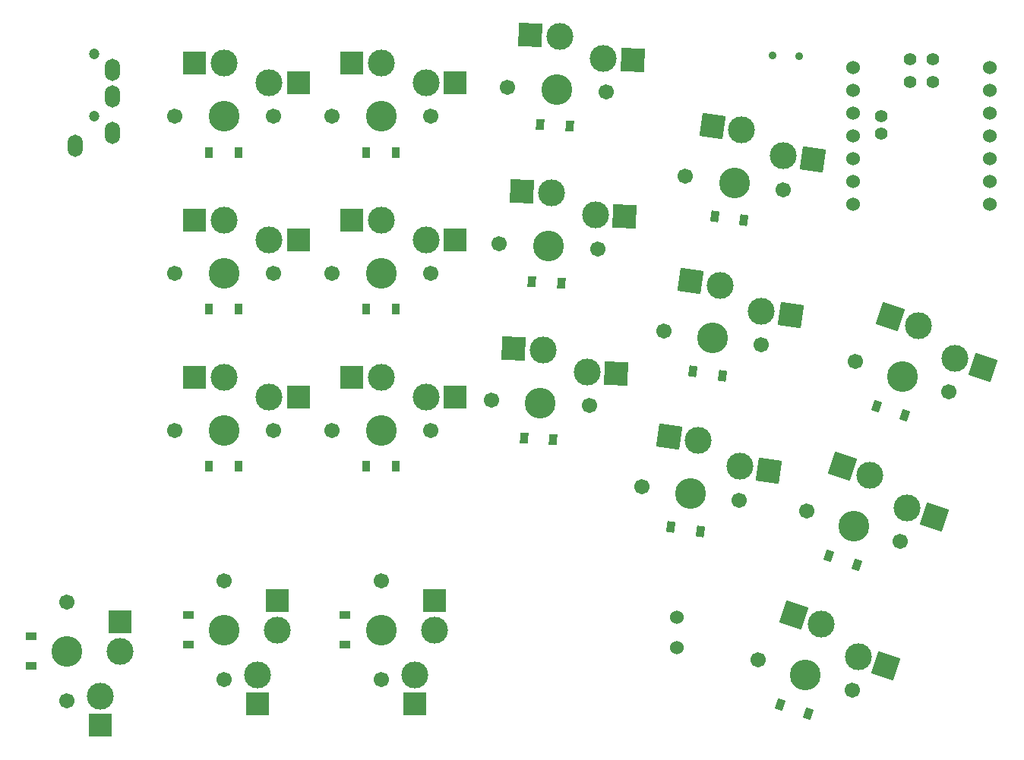
<source format=gbs>
G04 #@! TF.GenerationSoftware,KiCad,Pcbnew,8.0.7*
G04 #@! TF.CreationDate,2024-12-21T19:49:35+01:00*
G04 #@! TF.ProjectId,mint36tt_rev02_R,6d696e74-3336-4747-945f-72657630325f,0.2*
G04 #@! TF.SameCoordinates,Original*
G04 #@! TF.FileFunction,Soldermask,Bot*
G04 #@! TF.FilePolarity,Negative*
%FSLAX46Y46*%
G04 Gerber Fmt 4.6, Leading zero omitted, Abs format (unit mm)*
G04 Created by KiCad (PCBNEW 8.0.7) date 2024-12-21 19:49:35*
%MOMM*%
%LPD*%
G01*
G04 APERTURE LIST*
G04 Aperture macros list*
%AMRotRect*
0 Rectangle, with rotation*
0 The origin of the aperture is its center*
0 $1 length*
0 $2 width*
0 $3 Rotation angle, in degrees counterclockwise*
0 Add horizontal line*
21,1,$1,$2,0,0,$3*%
G04 Aperture macros list end*
%ADD10C,1.701800*%
%ADD11C,3.000000*%
%ADD12C,3.429000*%
%ADD13RotRect,2.600000X2.600000X270.000001*%
%ADD14RotRect,2.600000X2.600000X342.000000*%
%ADD15R,0.900000X1.200000*%
%ADD16RotRect,0.900000X1.200000X357.000000*%
%ADD17RotRect,2.600000X2.600000X352.000000*%
%ADD18RotRect,0.900000X1.200000X342.000000*%
%ADD19RotRect,2.600000X2.600000X357.000000*%
%ADD20C,1.524000*%
%ADD21C,1.397000*%
%ADD22C,1.200000*%
%ADD23O,1.700000X2.500000*%
%ADD24R,2.600000X2.600000*%
%ADD25RotRect,0.900000X1.200000X352.000000*%
%ADD26RotRect,0.900000X1.200000X270.000001*%
%ADD27C,0.900000*%
G04 APERTURE END LIST*
D10*
X114775000Y-116075000D03*
D11*
X120725000Y-121575000D03*
X120725000Y-121575000D03*
D12*
X114775000Y-121575000D03*
D11*
X118525000Y-126575000D03*
D10*
X114775000Y-127075000D03*
D13*
X120725000Y-118300000D03*
X118525000Y-129850000D03*
D10*
X179712123Y-108278610D03*
D11*
X186781585Y-104319417D03*
X186781585Y-104319417D03*
D12*
X184942934Y-109978203D03*
D11*
X190857030Y-107956826D03*
D10*
X190173745Y-111677796D03*
D14*
X183666875Y-103307386D03*
X193971740Y-108968857D03*
D15*
X116425000Y-103325000D03*
X113125000Y-103325000D03*
D16*
X152397385Y-82879569D03*
X149101907Y-82706861D03*
D10*
X161328925Y-105599900D03*
D11*
X167603479Y-100473257D03*
X167603479Y-100473257D03*
D12*
X166775399Y-106365352D03*
D11*
X172248637Y-103347712D03*
D10*
X172221873Y-107130804D03*
D17*
X164360351Y-100017465D03*
X175491766Y-103803504D03*
D18*
X179868312Y-130935796D03*
X176729826Y-129916040D03*
D15*
X133925000Y-103325000D03*
X130625000Y-103325000D03*
D10*
X97275000Y-118450000D03*
D11*
X103225000Y-123950000D03*
X103225000Y-123950000D03*
D12*
X97275000Y-123950000D03*
D11*
X101025000Y-128950000D03*
D10*
X97275000Y-129450000D03*
D13*
X103225000Y-120675000D03*
X101025000Y-132225000D03*
D10*
X144550649Y-95986866D03*
D11*
X150354510Y-90332868D03*
X150354510Y-90332868D03*
D12*
X150043111Y-96274714D03*
D11*
X155232519Y-92791533D03*
D10*
X155535573Y-96562562D03*
D19*
X147083998Y-90161468D03*
X158503030Y-92962933D03*
D20*
X184855000Y-58905000D03*
X184855000Y-61445000D03*
X184855000Y-63985000D03*
X184855000Y-66525000D03*
X184855000Y-69065000D03*
X184855000Y-71605000D03*
X184855000Y-74145000D03*
X200095000Y-74145000D03*
X200095000Y-71605000D03*
X200095000Y-69065000D03*
X200095000Y-66525000D03*
X200095000Y-63985000D03*
X200095000Y-61445000D03*
X200095000Y-58905000D03*
D21*
X191205000Y-57953000D03*
X193745000Y-57953000D03*
X191205000Y-60493000D03*
X193745000Y-60493000D03*
X188030000Y-66208000D03*
X188030000Y-64303000D03*
D22*
X100275000Y-57325000D03*
X100275000Y-64325000D03*
D23*
X98175000Y-67625000D03*
X102375000Y-59125000D03*
X102375000Y-62125000D03*
X102375000Y-66125000D03*
D10*
X166199983Y-70940518D03*
D11*
X172474537Y-65813875D03*
X172474537Y-65813875D03*
D12*
X171646457Y-71705970D03*
D11*
X177119695Y-68688330D03*
D10*
X177092931Y-72471422D03*
D17*
X169231409Y-65358083D03*
X180362824Y-69144122D03*
D10*
X126775000Y-64325000D03*
D11*
X132275000Y-58375000D03*
X132275000Y-58375000D03*
D12*
X132275000Y-64325000D03*
D11*
X137275000Y-60575000D03*
D10*
X137775000Y-64325000D03*
D24*
X129000000Y-58375000D03*
X140550000Y-60575000D03*
D10*
X132275000Y-116075000D03*
D11*
X138225000Y-121575000D03*
X138225000Y-121575000D03*
D12*
X132275000Y-121575000D03*
D11*
X136025000Y-126575000D03*
D10*
X132275000Y-127075000D03*
D13*
X138225000Y-118300000D03*
X136025000Y-129850000D03*
D10*
X109275000Y-81825000D03*
D11*
X114775000Y-75875000D03*
X114775000Y-75875000D03*
D12*
X114775000Y-81825000D03*
D11*
X119775000Y-78075000D03*
D10*
X120275000Y-81825000D03*
D24*
X111500000Y-75875000D03*
X123050000Y-78075000D03*
D20*
X165275000Y-123525000D03*
X165275000Y-120125000D03*
D25*
X167852648Y-110556061D03*
X164584764Y-110096789D03*
D10*
X146382407Y-61034832D03*
D11*
X152186268Y-55380834D03*
X152186268Y-55380834D03*
D12*
X151874869Y-61322680D03*
D11*
X157064277Y-57839499D03*
D10*
X157367331Y-61610528D03*
D19*
X148915756Y-55209434D03*
X160334788Y-58010899D03*
D10*
X126775000Y-99325000D03*
D11*
X132275000Y-93375000D03*
X132275000Y-93375000D03*
D12*
X132275000Y-99325000D03*
D11*
X137275000Y-95575000D03*
D10*
X137775000Y-99325000D03*
D24*
X129000000Y-93375000D03*
X140550000Y-95575000D03*
D10*
X185119921Y-91635120D03*
D11*
X192189383Y-87675927D03*
X192189383Y-87675927D03*
D12*
X190350732Y-93334713D03*
D11*
X196264828Y-91313336D03*
D10*
X195581543Y-95034306D03*
D14*
X189074673Y-86663896D03*
X199379538Y-92325367D03*
D10*
X163764454Y-88270209D03*
D11*
X170039008Y-83143566D03*
X170039008Y-83143566D03*
D12*
X169210928Y-89035661D03*
D11*
X174684166Y-86018021D03*
D10*
X174657402Y-89801113D03*
D17*
X166795880Y-82687774D03*
X177927295Y-86473813D03*
D10*
X174304326Y-124922099D03*
D11*
X181373788Y-120962906D03*
X181373788Y-120962906D03*
D12*
X179535137Y-126621692D03*
D11*
X185449233Y-124600315D03*
D10*
X184765948Y-128321285D03*
D14*
X178259078Y-119950875D03*
X188563943Y-125612346D03*
D15*
X133925000Y-85825000D03*
X130625000Y-85825000D03*
X116425000Y-85825000D03*
X113125000Y-85825000D03*
D26*
X110775000Y-123225000D03*
X110775000Y-119925000D03*
D10*
X109275000Y-99325000D03*
D11*
X114775000Y-93375000D03*
X114775000Y-93375000D03*
D12*
X114775000Y-99325000D03*
D11*
X119775000Y-95575000D03*
D10*
X120275000Y-99325000D03*
D24*
X111500000Y-93375000D03*
X123050000Y-95575000D03*
D25*
X170288177Y-93226370D03*
X167020293Y-92767098D03*
X172723707Y-75896678D03*
X169455823Y-75437406D03*
D15*
X133925000Y-68325000D03*
X130625000Y-68325000D03*
D16*
X151481506Y-100355586D03*
X148186028Y-100182878D03*
D27*
X175900000Y-57530000D03*
X178900000Y-57580000D03*
D16*
X153313265Y-65403552D03*
X150017787Y-65230844D03*
D10*
X145466528Y-78510849D03*
D11*
X151270389Y-72856851D03*
X151270389Y-72856851D03*
D12*
X150958990Y-78798697D03*
D11*
X156148398Y-75315516D03*
D10*
X156451452Y-79086545D03*
D19*
X147999877Y-72685451D03*
X159418909Y-75486916D03*
D10*
X126775000Y-81825000D03*
D11*
X132275000Y-75875000D03*
X132275000Y-75875000D03*
D12*
X132275000Y-81825000D03*
D11*
X137275000Y-78075000D03*
D10*
X137775000Y-81825000D03*
D24*
X129000000Y-75875000D03*
X140550000Y-78075000D03*
D15*
X116425000Y-68325000D03*
X113125000Y-68325000D03*
D26*
X128275000Y-123225000D03*
X128275000Y-119925000D03*
D18*
X185276109Y-114292307D03*
X182137623Y-113272551D03*
D10*
X109275000Y-64325000D03*
D11*
X114775000Y-58375000D03*
X114775000Y-58375000D03*
D12*
X114775000Y-64325000D03*
D11*
X119775000Y-60575000D03*
D10*
X120275000Y-64325000D03*
D24*
X111500000Y-58375000D03*
X123050000Y-60575000D03*
D26*
X93275000Y-125600000D03*
X93275000Y-122300000D03*
D18*
X190683907Y-97648818D03*
X187545421Y-96629062D03*
M02*

</source>
